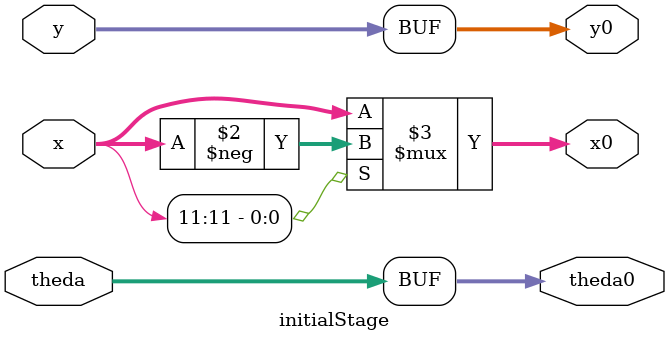
<source format=v>
`timescale 1ns / 1ps


module initialStage( x, y, theda, x0, y0, theda0 );
    input signed [11:0] x;
    input signed [11:0] y;
    input signed [11:0] theda;
    output signed [11:0] x0;
    output signed [11:0] y0;
    output signed [11:0] theda0;
    
    wire signed [11:0] x, y, theda;
    wire signed [11:0] x0, y0, theda0;
    
    assign x0 = (x[11]==1)? -x : x;
    assign y0 = y;
    assign theda0 = theda;
endmodule

</source>
